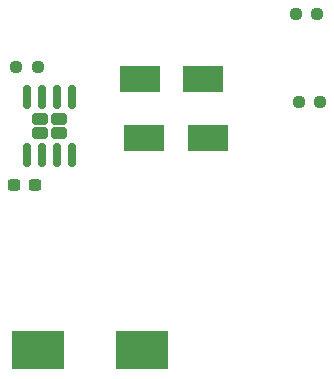
<source format=gbr>
%TF.GenerationSoftware,KiCad,Pcbnew,(6.0.2)*%
%TF.CreationDate,2022-08-06T16:36:37+03:00*%
%TF.ProjectId,NE555_PWM_Driver,4e453535-355f-4505-974d-5f4472697665,rev?*%
%TF.SameCoordinates,Original*%
%TF.FileFunction,Paste,Top*%
%TF.FilePolarity,Positive*%
%FSLAX46Y46*%
G04 Gerber Fmt 4.6, Leading zero omitted, Abs format (unit mm)*
G04 Created by KiCad (PCBNEW (6.0.2)) date 2022-08-06 16:36:37*
%MOMM*%
%LPD*%
G01*
G04 APERTURE LIST*
G04 Aperture macros list*
%AMRoundRect*
0 Rectangle with rounded corners*
0 $1 Rounding radius*
0 $2 $3 $4 $5 $6 $7 $8 $9 X,Y pos of 4 corners*
0 Add a 4 corners polygon primitive as box body*
4,1,4,$2,$3,$4,$5,$6,$7,$8,$9,$2,$3,0*
0 Add four circle primitives for the rounded corners*
1,1,$1+$1,$2,$3*
1,1,$1+$1,$4,$5*
1,1,$1+$1,$6,$7*
1,1,$1+$1,$8,$9*
0 Add four rect primitives between the rounded corners*
20,1,$1+$1,$2,$3,$4,$5,0*
20,1,$1+$1,$4,$5,$6,$7,0*
20,1,$1+$1,$6,$7,$8,$9,0*
20,1,$1+$1,$8,$9,$2,$3,0*%
G04 Aperture macros list end*
%ADD10RoundRect,0.237500X-0.250000X-0.237500X0.250000X-0.237500X0.250000X0.237500X-0.250000X0.237500X0*%
%ADD11RoundRect,0.237500X0.250000X0.237500X-0.250000X0.237500X-0.250000X-0.237500X0.250000X-0.237500X0*%
%ADD12R,3.500000X2.300000*%
%ADD13RoundRect,0.242500X0.422500X-0.242500X0.422500X0.242500X-0.422500X0.242500X-0.422500X-0.242500X0*%
%ADD14RoundRect,0.150000X0.150000X-0.825000X0.150000X0.825000X-0.150000X0.825000X-0.150000X-0.825000X0*%
%ADD15R,4.500000X3.300000*%
%ADD16RoundRect,0.237500X0.300000X0.237500X-0.300000X0.237500X-0.300000X-0.237500X0.300000X-0.237500X0*%
G04 APERTURE END LIST*
D10*
%TO.C,R2*%
X164175000Y-87000000D03*
X166000000Y-87000000D03*
%TD*%
D11*
%TO.C,R4*%
X189912500Y-90000000D03*
X188087500Y-90000000D03*
%TD*%
D12*
%TO.C,D1*%
X175000000Y-93000000D03*
X180400000Y-93000000D03*
%TD*%
D13*
%TO.C,U1*%
X166175000Y-92600000D03*
X167825000Y-91400000D03*
X167825000Y-92600000D03*
X166175000Y-91400000D03*
D14*
X165095000Y-94475000D03*
X166365000Y-94475000D03*
X167635000Y-94475000D03*
X168905000Y-94475000D03*
X168905000Y-89525000D03*
X167635000Y-89525000D03*
X166365000Y-89525000D03*
X165095000Y-89525000D03*
%TD*%
D15*
%TO.C,D5*%
X174800000Y-111000000D03*
X166000000Y-111000000D03*
%TD*%
D16*
%TO.C,C1*%
X165725000Y-97000000D03*
X164000000Y-97000000D03*
%TD*%
D12*
%TO.C,D2*%
X180000000Y-88000000D03*
X174600000Y-88000000D03*
%TD*%
D11*
%TO.C,R3*%
X189657776Y-82522500D03*
X187832776Y-82522500D03*
%TD*%
M02*

</source>
